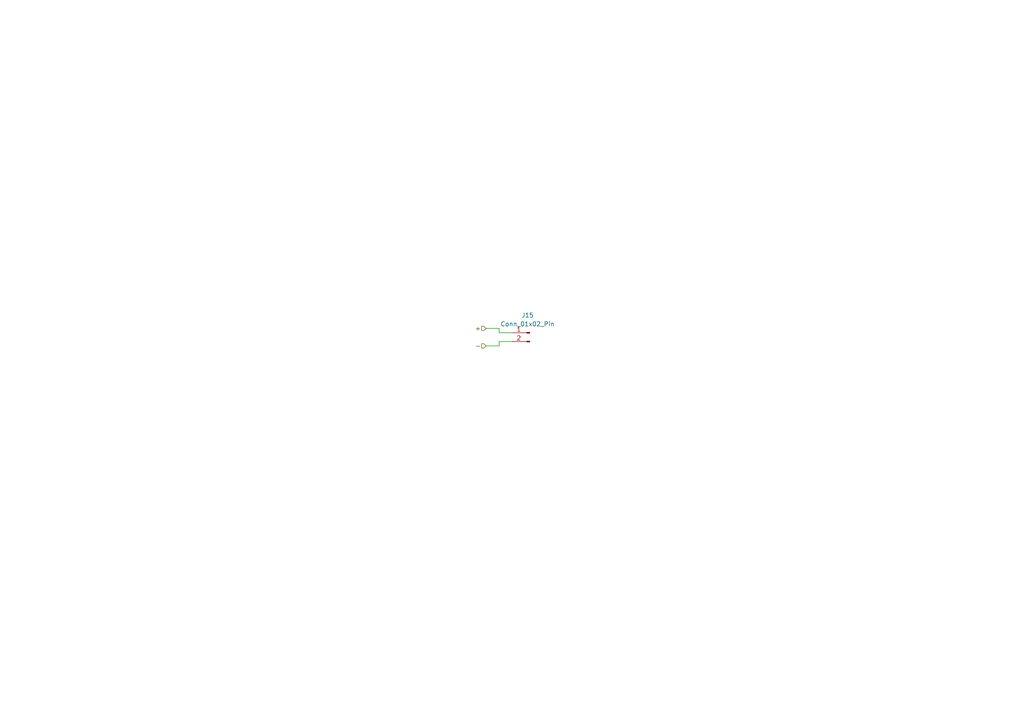
<source format=kicad_sch>
(kicad_sch (version 20250114) (generator "eeschema") (generator_version "9.0")
  (paper "A4")
  (title_block (comment 1 "Solenoid pin socket"))
  (lib_symbols
    (symbol "Connector:Conn_01x02_Pin" (pin_names (offset 1.016) (hide yes))
      (property "Reference" "J" (at 0 2.54 0))
      (property "Value" "Conn_01x02_Pin" (at 0 -5.08 0))
      (symbol "Conn_01x02_Pin_1_1"
        (rectangle (start 0.8636 0.127) (end 0 -0.127) (stroke (width 0.1524)) (fill (type outline)))
        (rectangle (start 0.8636 -2.413) (end 0 -2.667) (stroke (width 0.1524)) (fill (type outline)))
        (polyline (pts (xy 1.27 0) (xy 0.8636 0)) (stroke (width 0.1524)))
        (polyline (pts (xy 1.27 -2.54) (xy 0.8636 -2.54)) (stroke (width 0.1524)))
        (pin passive line (at 5.08 0 180) (length 3.81) (name "Pin_1") (number "1"))
        (pin passive line (at 5.08 -2.54 180) (length 3.81) (name "Pin_2") (number "2"))
      )
    )
  )
  (wire (pts (xy 140.97 95.25) (xy 144.78 95.25)))
  (wire (pts (xy 148.59 96.52) (xy 144.78 96.52)))
  (wire (pts (xy 144.78 99.06) (xy 148.59 99.06)))
  (wire (pts (xy 144.78 96.52) (xy 144.78 95.25)))
  (wire (pts (xy 140.97 100.33) (xy 144.78 100.33)))
  (wire (pts (xy 144.78 100.33) (xy 144.78 99.06)))
  (hierarchical_label "-" (shape input) (at 140.97 100.33 180))
  (hierarchical_label "+" (shape input) (at 140.97 95.25 180))
  (symbol (lib_id "Connector:Conn_01x02_Pin") (at 153.67 96.52 0) (mirror y) (unit 1)
    (property "Reference" "J15" (at 153.035 91.44 0))
    (property "Value" "Conn_01x02_Pin" (at 153.035 93.98 0))
    (property "Footprint" "Connector_PinHeader_2.54mm:PinHeader_1x02_P2.54mm_Vertical" (effects (hide yes)))
    (property "Description" "Generic connector, single row, 01x02, script generated" (effects (hide yes)))
    (instances (project "" (path "" (reference "J15") (unit 1)) (path "" (reference "J16") (unit 1))))
  )
)
</source>
